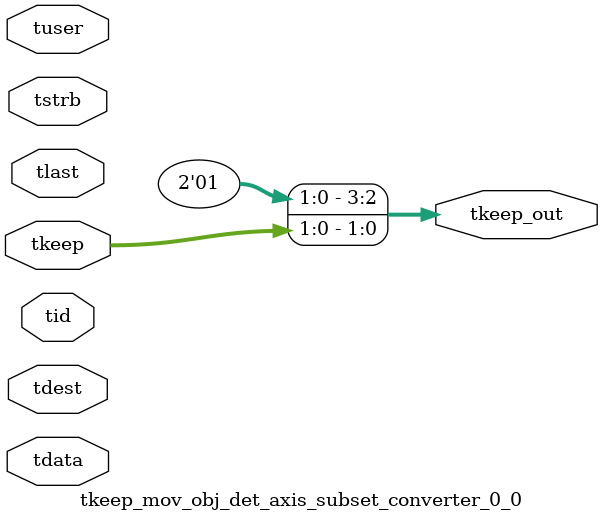
<source format=v>


`timescale 1ps/1ps

module tkeep_mov_obj_det_axis_subset_converter_0_0 #
(
parameter C_S_AXIS_TDATA_WIDTH = 32,
parameter C_S_AXIS_TUSER_WIDTH = 0,
parameter C_S_AXIS_TID_WIDTH   = 0,
parameter C_S_AXIS_TDEST_WIDTH = 0,
parameter C_M_AXIS_TDATA_WIDTH = 32
)
(
input  [(C_S_AXIS_TDATA_WIDTH == 0 ? 1 : C_S_AXIS_TDATA_WIDTH)-1:0     ] tdata,
input  [(C_S_AXIS_TUSER_WIDTH == 0 ? 1 : C_S_AXIS_TUSER_WIDTH)-1:0     ] tuser,
input  [(C_S_AXIS_TID_WIDTH   == 0 ? 1 : C_S_AXIS_TID_WIDTH)-1:0       ] tid,
input  [(C_S_AXIS_TDEST_WIDTH == 0 ? 1 : C_S_AXIS_TDEST_WIDTH)-1:0     ] tdest,
input  [(C_S_AXIS_TDATA_WIDTH/8)-1:0 ] tkeep,
input  [(C_S_AXIS_TDATA_WIDTH/8)-1:0 ] tstrb,
input                                                                    tlast,
output [(C_M_AXIS_TDATA_WIDTH/8)-1:0 ] tkeep_out
);

assign tkeep_out = {1'b1,tkeep[1:0]};

endmodule


</source>
